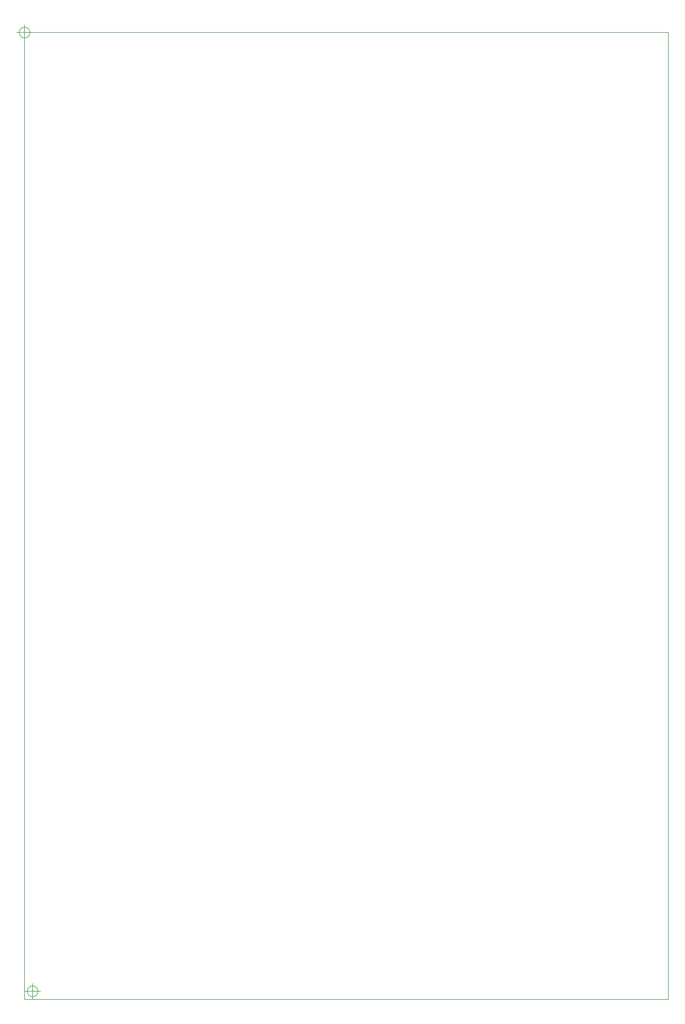
<source format=gbr>
G04 #@! TF.GenerationSoftware,KiCad,Pcbnew,5.1.0-060a0da~80~ubuntu16.04.1*
G04 #@! TF.CreationDate,2019-04-29T20:39:02+02:00*
G04 #@! TF.ProjectId,Motorteiber002,4d6f746f-7274-4656-9962-65723030322e,rev?*
G04 #@! TF.SameCoordinates,Original*
G04 #@! TF.FileFunction,Profile,NP*
%FSLAX46Y46*%
G04 Gerber Fmt 4.6, Leading zero omitted, Abs format (unit mm)*
G04 Created by KiCad (PCBNEW 5.1.0-060a0da~80~ubuntu16.04.1) date 2019-04-29 20:39:02*
%MOMM*%
%LPD*%
G04 APERTURE LIST*
%ADD10C,0.150000*%
G04 APERTURE END LIST*
D10*
X200000000Y-300000000D02*
X200000000Y0D01*
X200000000Y0D02*
X0Y0D01*
X4166666Y-297500000D02*
G75*
G03X4166666Y-297500000I-1666666J0D01*
G01*
X0Y-297500000D02*
X5000000Y-297500000D01*
X2500000Y-295000000D02*
X2500000Y-300000000D01*
X1666666Y0D02*
G75*
G03X1666666Y0I-1666666J0D01*
G01*
X-2500000Y0D02*
X2500000Y0D01*
X0Y2500000D02*
X0Y-2500000D01*
X0Y-300000000D02*
X200000000Y-300000000D01*
X0Y0D02*
X0Y-300000000D01*
M02*

</source>
